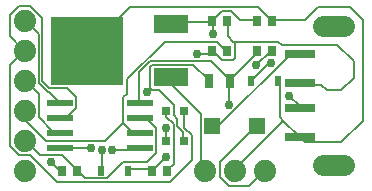
<source format=gbr>
G04 EAGLE Gerber RS-274X export*
G75*
%MOMM*%
%FSLAX34Y34*%
%LPD*%
%INTop Copper*%
%IPPOS*%
%AMOC8*
5,1,8,0,0,1.08239X$1,22.5*%
G01*
%ADD10R,0.700000X0.900000*%
%ADD11R,0.800000X1.200000*%
%ADD12R,0.630000X0.830000*%
%ADD13R,1.400000X1.400000*%
%ADD14R,2.209800X0.609600*%
%ADD15C,1.879600*%
%ADD16R,0.800000X0.800000*%
%ADD17R,6.200000X5.800000*%
%ADD18R,3.000000X1.600000*%
%ADD19R,2.500000X0.800000*%
%ADD20C,1.778000*%
%ADD21C,0.152400*%
%ADD22C,0.756400*%


D10*
X285600Y368300D03*
X298600Y368300D03*
D11*
X245000Y317500D03*
X263000Y317500D03*
D12*
X153600Y241300D03*
X176600Y241300D03*
X280600Y317500D03*
X303600Y317500D03*
D13*
X247700Y279400D03*
X285700Y279400D03*
D14*
X186182Y260350D03*
X186182Y273050D03*
X186182Y285750D03*
X186182Y298450D03*
X118872Y298450D03*
X118872Y285750D03*
X118872Y273050D03*
X118872Y260350D03*
D15*
X241300Y241300D03*
X266700Y241300D03*
X292100Y241300D03*
X88900Y368300D03*
X88900Y342900D03*
X88900Y317500D03*
X88900Y292100D03*
X88900Y266700D03*
X88900Y241300D03*
D16*
X208400Y292100D03*
X223400Y292100D03*
X208400Y266700D03*
X223400Y266700D03*
D10*
X247500Y342900D03*
X260500Y342900D03*
X120500Y241300D03*
X133500Y241300D03*
X247500Y368300D03*
X260500Y368300D03*
X285600Y342900D03*
X298600Y342900D03*
X196700Y241300D03*
X209700Y241300D03*
D17*
X141300Y342900D03*
D18*
X213100Y320100D03*
X213100Y365700D03*
D19*
X322300Y294530D03*
X322300Y315070D03*
X322300Y269292D03*
X322300Y339800D03*
D20*
X341610Y246300D02*
X359390Y246300D01*
X359390Y363300D02*
X341610Y363300D01*
D21*
X153924Y259080D02*
X153924Y242316D01*
X234696Y339852D02*
X243840Y339852D01*
X246888Y342900D01*
X153924Y242316D02*
X153600Y241300D01*
X246888Y342900D02*
X247500Y342900D01*
X260604Y355092D02*
X260604Y367284D01*
X265176Y350520D02*
X266700Y348996D01*
X265176Y350520D02*
X260604Y355092D01*
X266700Y348996D02*
X266700Y336804D01*
X265176Y335280D01*
X256032Y335280D01*
X248412Y342900D01*
X260604Y367284D02*
X260500Y368300D01*
X248412Y342900D02*
X247500Y342900D01*
X323088Y313944D02*
X339852Y313944D01*
X344424Y309372D01*
X356616Y309372D01*
X367284Y320040D01*
X367284Y333756D01*
X353568Y347472D01*
X306324Y347472D01*
X303276Y350520D01*
X265176Y350520D01*
X322300Y315070D02*
X323088Y313944D01*
D22*
X153924Y259080D03*
X234696Y339852D03*
D21*
X281940Y318516D02*
X295656Y332232D01*
X297180Y332232D01*
X312420Y304800D02*
X321564Y295656D01*
X281940Y318516D02*
X280600Y317500D01*
X321564Y295656D02*
X322300Y294530D01*
X120396Y242316D02*
X117348Y242316D01*
X111252Y248412D01*
X120396Y242316D02*
X120500Y241300D01*
D22*
X297180Y332232D03*
X312420Y304800D03*
X111252Y248412D03*
D21*
X286512Y379476D02*
X297180Y368808D01*
X286512Y379476D02*
X178308Y379476D01*
X141732Y342900D01*
X297180Y368808D02*
X298600Y368300D01*
X141732Y342900D02*
X141300Y342900D01*
X284988Y342900D02*
X284988Y339852D01*
X263652Y318516D01*
X284988Y342900D02*
X285600Y342900D01*
X263652Y318516D02*
X263000Y317500D01*
X185928Y324612D02*
X185928Y298704D01*
X185928Y324612D02*
X195072Y333756D01*
X246888Y333756D01*
X262128Y318516D01*
X186182Y298450D02*
X185928Y298704D01*
X262128Y318516D02*
X263000Y317500D01*
X304800Y316992D02*
X304800Y286512D01*
X307848Y283464D02*
X321564Y269748D01*
X307848Y283464D02*
X304800Y286512D01*
X304800Y316992D02*
X303600Y317500D01*
X321564Y269748D02*
X322300Y269292D01*
X196596Y242316D02*
X176784Y242316D01*
X176600Y241300D01*
X196596Y242316D02*
X196700Y241300D01*
X198120Y242316D02*
X208788Y252984D01*
X198120Y242316D02*
X196700Y241300D01*
X266700Y242316D02*
X307848Y283464D01*
X266700Y242316D02*
X266700Y241300D01*
X262128Y297180D02*
X262128Y316992D01*
X263000Y317500D01*
X298704Y368808D02*
X326136Y368808D01*
X336804Y379476D01*
X364236Y379476D01*
X374904Y368808D01*
X374904Y283464D01*
X356616Y265176D01*
X326136Y265176D01*
X323088Y268224D01*
X298600Y368300D02*
X298704Y368808D01*
X322300Y269292D02*
X323088Y268224D01*
D22*
X208788Y252984D03*
X262128Y297180D03*
D21*
X246888Y367284D02*
X214884Y367284D01*
X213360Y365760D01*
X246888Y367284D02*
X247500Y368300D01*
X213360Y365760D02*
X213100Y365700D01*
X271272Y368808D02*
X284988Y368808D01*
X271272Y368808D02*
X263652Y376428D01*
X256032Y376428D01*
X248412Y368808D01*
X284988Y368808D02*
X285600Y368300D01*
X248412Y368808D02*
X247500Y368300D01*
X222504Y274320D02*
X222504Y266700D01*
X222504Y274320D02*
X217932Y278892D01*
X217932Y284988D01*
X214884Y288036D01*
X214884Y297180D01*
X202692Y309372D01*
X196596Y309372D01*
X195072Y310896D01*
X195072Y329184D01*
X196596Y330708D01*
X231648Y330708D01*
X243840Y318516D01*
X223400Y266700D02*
X222504Y266700D01*
X245000Y317500D02*
X243840Y318516D01*
X284988Y278892D02*
X254508Y248412D01*
X254508Y236220D01*
X262128Y228600D01*
X278892Y228600D01*
X291084Y240792D01*
X284988Y278892D02*
X285700Y279400D01*
X292100Y241300D02*
X291084Y240792D01*
X144780Y260604D02*
X118872Y260604D01*
X118872Y260350D01*
X192024Y307848D02*
X195072Y310896D01*
X248412Y356616D02*
X248412Y367284D01*
X247500Y368300D01*
D22*
X144780Y260604D03*
X192024Y307848D03*
X248412Y356616D03*
D21*
X251460Y350520D02*
X259080Y342900D01*
X251460Y350520D02*
X207264Y350520D01*
X175260Y318516D01*
X175260Y306324D01*
X172212Y303276D01*
X172212Y281940D01*
X179832Y274320D01*
X185928Y274320D01*
X259080Y342900D02*
X260500Y342900D01*
X185928Y274320D02*
X186182Y273050D01*
X89916Y283464D02*
X89916Y291084D01*
X89916Y283464D02*
X106680Y266700D01*
X156972Y266700D01*
X172212Y281940D01*
X89916Y291084D02*
X88900Y292100D01*
X109728Y307848D02*
X118872Y298704D01*
X109728Y307848D02*
X108204Y307848D01*
X100584Y315468D01*
X100584Y356616D01*
X88900Y368300D01*
X118872Y298704D02*
X118872Y298450D01*
X118872Y274320D02*
X112776Y274320D01*
X100584Y286512D01*
X100584Y306324D01*
X89916Y316992D01*
X118872Y274320D02*
X118872Y273050D01*
X89916Y316992D02*
X88900Y317500D01*
X120396Y254508D02*
X132588Y242316D01*
X120396Y254508D02*
X102108Y254508D01*
X89916Y266700D01*
X132588Y242316D02*
X133500Y241300D01*
X89916Y266700D02*
X88900Y266700D01*
X187452Y284988D02*
X192024Y284988D01*
X199644Y277368D01*
X199644Y256032D01*
X192024Y248412D01*
X172212Y248412D01*
X158496Y234696D01*
X140208Y234696D01*
X134112Y240792D01*
X186182Y285750D02*
X187452Y284988D01*
X134112Y240792D02*
X133500Y241300D01*
X208788Y286512D02*
X208788Y291084D01*
X208788Y286512D02*
X214884Y280416D01*
X214884Y246888D01*
X210312Y242316D01*
X208788Y291084D02*
X208400Y292100D01*
X210312Y242316D02*
X209700Y241300D01*
X213360Y313944D02*
X213360Y320040D01*
X213360Y313944D02*
X237744Y289560D01*
X237744Y245364D01*
X240792Y242316D01*
X213360Y320040D02*
X213100Y320100D01*
X240792Y242316D02*
X241300Y241300D01*
X208788Y266700D02*
X208788Y277368D01*
X284988Y330708D02*
X297180Y342900D01*
X208788Y266700D02*
X208400Y266700D01*
X297180Y342900D02*
X298600Y342900D01*
D22*
X208788Y277368D03*
X284988Y330708D03*
D21*
X185928Y259080D02*
X163068Y259080D01*
X185928Y259080D02*
X186182Y260350D01*
D22*
X163068Y259080D03*
D21*
X224028Y277368D02*
X224028Y291084D01*
X224028Y277368D02*
X230124Y271272D01*
X230124Y249936D01*
X211836Y231648D01*
X115824Y231648D01*
X92964Y254508D01*
X83820Y254508D01*
X76200Y262128D01*
X76200Y330708D01*
X88392Y342900D01*
X223400Y292100D02*
X224028Y291084D01*
X124968Y286512D02*
X118872Y286512D01*
X124968Y286512D02*
X132588Y294132D01*
X132588Y303276D01*
X124968Y310896D01*
X109728Y310896D01*
X103632Y316992D01*
X103632Y370332D01*
X92964Y381000D01*
X83820Y381000D01*
X76200Y373380D01*
X76200Y355092D01*
X88392Y342900D01*
X118872Y286512D02*
X118872Y285750D01*
X88900Y342900D02*
X88392Y342900D01*
X248412Y280416D02*
X254508Y280416D01*
X312420Y338328D01*
X321564Y338328D01*
X248412Y280416D02*
X247700Y279400D01*
X321564Y338328D02*
X322300Y339800D01*
M02*

</source>
